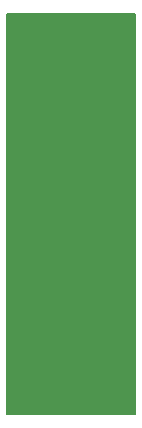
<source format=gbr>
%TF.GenerationSoftware,KiCad,Pcbnew,9.0.4*%
%TF.CreationDate,2025-09-11T11:48:02+02:00*%
%TF.ProjectId,200_042_V1_Line,3230305f-3034-4325-9f56-315f4c696e65,rev?*%
%TF.SameCoordinates,Original*%
%TF.FileFunction,Copper,L2,Bot*%
%TF.FilePolarity,Positive*%
%FSLAX46Y46*%
G04 Gerber Fmt 4.6, Leading zero omitted, Abs format (unit mm)*
G04 Created by KiCad (PCBNEW 9.0.4) date 2025-09-11 11:48:02*
%MOMM*%
%LPD*%
G01*
G04 APERTURE LIST*
%TA.AperFunction,ViaPad*%
%ADD10C,0.500000*%
%TD*%
G04 APERTURE END LIST*
D10*
%TO.N,GND*%
X139234403Y-85591317D03*
X135527911Y-94677131D03*
X135981677Y-78088914D03*
X139637418Y-74199718D03*
X136434403Y-85591317D03*
X141518323Y-84148819D03*
X138930241Y-95589807D03*
X137827333Y-89586470D03*
X141574891Y-88250038D03*
X141504181Y-91064323D03*
X140344383Y-87585358D03*
X139641832Y-72806071D03*
X137544383Y-87585358D03*
X141044383Y-83583134D03*
X137745421Y-71509374D03*
X139752687Y-97465273D03*
X139754555Y-98864564D03*
X141511252Y-86998459D03*
X137728231Y-72884643D03*
X136420154Y-97491924D03*
X136434403Y-81589093D03*
X137028229Y-73584644D03*
X141942027Y-94069643D03*
X139934404Y-85591317D03*
X139255581Y-74914005D03*
X141044383Y-91587580D03*
X137530241Y-95589808D03*
X137544383Y-91587582D03*
X137551454Y-79587980D03*
X135533170Y-78601504D03*
X137834404Y-77586868D03*
X138237313Y-75585754D03*
X135527911Y-95377131D03*
X141945616Y-93372946D03*
X135960464Y-90003663D03*
X141878946Y-88992500D03*
X140351454Y-79587980D03*
X135932179Y-89056140D03*
X139651454Y-79587980D03*
X137134404Y-81589092D03*
X138937312Y-75585756D03*
X137544383Y-83583133D03*
X141765774Y-76406034D03*
X137834405Y-85591315D03*
X135529130Y-92584531D03*
X135536760Y-75104807D03*
X139234402Y-81589092D03*
X137821917Y-99587577D03*
X135527911Y-96077130D03*
X135533170Y-75801504D03*
X138534403Y-77586868D03*
X137834405Y-81589092D03*
X139630240Y-95589807D03*
X139241474Y-93588694D03*
X138944383Y-91587582D03*
X135522057Y-80174879D03*
X139644382Y-87585358D03*
X141946069Y-85679723D03*
X141949659Y-82183025D03*
X139644384Y-91587581D03*
X137134404Y-85591317D03*
X139234403Y-77586868D03*
X141164769Y-75847385D03*
X138244382Y-83583134D03*
X140337312Y-75585756D03*
X139934404Y-77586867D03*
X138541475Y-93588694D03*
X135529129Y-87691423D03*
X135532718Y-84194726D03*
X141945616Y-92672945D03*
X139637420Y-73499719D03*
X135946322Y-82168919D03*
X137841475Y-93588695D03*
X135529129Y-88391422D03*
X137823385Y-98889567D03*
X137141475Y-93588694D03*
X135529129Y-91184529D03*
X139934404Y-81589092D03*
X135529129Y-90484530D03*
X139488926Y-96487832D03*
X141108202Y-95335248D03*
X137820154Y-97491924D03*
X136434403Y-77586868D03*
X138244382Y-91587581D03*
X141490039Y-82946737D03*
X139753574Y-98163451D03*
X141214267Y-79998102D03*
X139941475Y-93588694D03*
X135889754Y-84969063D03*
X141946069Y-84979723D03*
X138951455Y-79587980D03*
X137537312Y-75585756D03*
X139927333Y-89586470D03*
X141945616Y-89879838D03*
X138230242Y-95589807D03*
X135529128Y-91884530D03*
X136441474Y-93588694D03*
X140344383Y-83583133D03*
X138244383Y-87585357D03*
X135533169Y-79294611D03*
X135967535Y-77070679D03*
X135960464Y-94133168D03*
X138251454Y-79587978D03*
X139227332Y-89586470D03*
X139755440Y-99562743D03*
X141518323Y-92082557D03*
X138534404Y-81589092D03*
X141977942Y-77197959D03*
X139641832Y-72106071D03*
X141949658Y-77989918D03*
X135532718Y-83494727D03*
X137728231Y-73584644D03*
X139644382Y-83583133D03*
X137731820Y-72187946D03*
X141779952Y-78697026D03*
X140330241Y-95589807D03*
X141737526Y-80606214D03*
X135533170Y-76501504D03*
X141143556Y-79248569D03*
X135875611Y-86227713D03*
X141758739Y-94797847D03*
X135939250Y-80973909D03*
X140344383Y-91587582D03*
X135988748Y-93114932D03*
X138944384Y-87585357D03*
X138527332Y-89586470D03*
X135529130Y-86991421D03*
X139646244Y-71412423D03*
X138944384Y-83583132D03*
X141949657Y-81483027D03*
X135769545Y-74270537D03*
X136314017Y-73825060D03*
X137120154Y-97491923D03*
X141044383Y-87585357D03*
X135532718Y-82794726D03*
X137134404Y-77586867D03*
X138534404Y-85591315D03*
X137822674Y-98190192D03*
X137127333Y-89586470D03*
X136427332Y-89586470D03*
X135826113Y-96912096D03*
X139637311Y-75585756D03*
X141946069Y-86379724D03*
X141945616Y-90572944D03*
%TD*%
%TA.AperFunction,Conductor*%
%TO.N,GND*%
G36*
X144177826Y-68522174D02*
G01*
X144199500Y-68574500D01*
X144199500Y-102425500D01*
X144177826Y-102477826D01*
X144125500Y-102499500D01*
X133324500Y-102499500D01*
X133272174Y-102477826D01*
X133250500Y-102425500D01*
X133250500Y-68574500D01*
X133272174Y-68522174D01*
X133324500Y-68500500D01*
X144125500Y-68500500D01*
X144177826Y-68522174D01*
G37*
%TD.AperFunction*%
%TD*%
M02*

</source>
